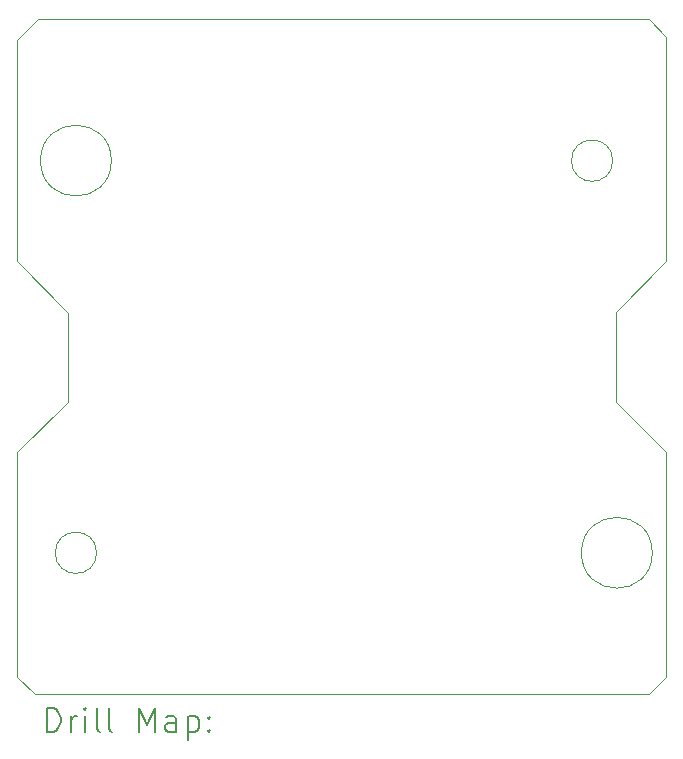
<source format=gbr>
%TF.GenerationSoftware,KiCad,Pcbnew,9.0.4-9.0.4-0~ubuntu24.04.1*%
%TF.CreationDate,2025-09-13T11:56:24+02:00*%
%TF.ProjectId,SMG_OVN_DE96-00994A,534d475f-4f56-44e5-9f44-4539362d3030,1*%
%TF.SameCoordinates,Original*%
%TF.FileFunction,Drillmap*%
%TF.FilePolarity,Positive*%
%FSLAX45Y45*%
G04 Gerber Fmt 4.5, Leading zero omitted, Abs format (unit mm)*
G04 Created by KiCad (PCBNEW 9.0.4-9.0.4-0~ubuntu24.04.1) date 2025-09-13 11:56:24*
%MOMM*%
%LPD*%
G01*
G04 APERTURE LIST*
%ADD10C,0.100000*%
%ADD11C,0.050000*%
%ADD12C,0.200000*%
G04 APERTURE END LIST*
D10*
X17770000Y-10030000D02*
X18200000Y-9600000D01*
X18200000Y-9600000D02*
X18200000Y-7700000D01*
D11*
X13500000Y-8750000D02*
G75*
G02*
X12900000Y-8750000I-300000J0D01*
G01*
X12900000Y-8750000D02*
G75*
G02*
X13500000Y-8750000I300000J0D01*
G01*
D10*
X18200000Y-11220000D02*
X17770000Y-10790000D01*
X18200000Y-13120000D02*
X18200000Y-11220000D01*
X13130000Y-10790000D02*
X12700000Y-11220000D01*
D11*
X17745000Y-8750000D02*
G75*
G02*
X17395000Y-8750000I-175000J0D01*
G01*
X17395000Y-8750000D02*
G75*
G02*
X17745000Y-8750000I175000J0D01*
G01*
D10*
X18200000Y-7700000D02*
X18050000Y-7550000D01*
X12700000Y-7725000D02*
X12700000Y-9600000D01*
X13130000Y-10040000D02*
X13130000Y-10790000D01*
X17770000Y-10790000D02*
X17770000Y-10030000D01*
X18050000Y-7550000D02*
X12875000Y-7550000D01*
X12700000Y-11220000D02*
X12700000Y-13120000D01*
X12875000Y-7550000D02*
X12700000Y-7725000D01*
X12850000Y-13270000D02*
X18050000Y-13270000D01*
X12700000Y-9600000D02*
X13130000Y-10040000D01*
D11*
X13375000Y-12070000D02*
G75*
G02*
X13025000Y-12070000I-175000J0D01*
G01*
X13025000Y-12070000D02*
G75*
G02*
X13375000Y-12070000I175000J0D01*
G01*
D10*
X18050000Y-13270000D02*
X18200000Y-13120000D01*
X12700000Y-13120000D02*
X12850000Y-13270000D01*
D11*
X18080000Y-12070000D02*
G75*
G02*
X17480000Y-12070000I-300000J0D01*
G01*
X17480000Y-12070000D02*
G75*
G02*
X18080000Y-12070000I300000J0D01*
G01*
D12*
X12955777Y-13586484D02*
X12955777Y-13386484D01*
X12955777Y-13386484D02*
X13003396Y-13386484D01*
X13003396Y-13386484D02*
X13031967Y-13396008D01*
X13031967Y-13396008D02*
X13051015Y-13415055D01*
X13051015Y-13415055D02*
X13060539Y-13434103D01*
X13060539Y-13434103D02*
X13070062Y-13472198D01*
X13070062Y-13472198D02*
X13070062Y-13500769D01*
X13070062Y-13500769D02*
X13060539Y-13538865D01*
X13060539Y-13538865D02*
X13051015Y-13557912D01*
X13051015Y-13557912D02*
X13031967Y-13576960D01*
X13031967Y-13576960D02*
X13003396Y-13586484D01*
X13003396Y-13586484D02*
X12955777Y-13586484D01*
X13155777Y-13586484D02*
X13155777Y-13453150D01*
X13155777Y-13491246D02*
X13165301Y-13472198D01*
X13165301Y-13472198D02*
X13174824Y-13462674D01*
X13174824Y-13462674D02*
X13193872Y-13453150D01*
X13193872Y-13453150D02*
X13212920Y-13453150D01*
X13279586Y-13586484D02*
X13279586Y-13453150D01*
X13279586Y-13386484D02*
X13270062Y-13396008D01*
X13270062Y-13396008D02*
X13279586Y-13405531D01*
X13279586Y-13405531D02*
X13289110Y-13396008D01*
X13289110Y-13396008D02*
X13279586Y-13386484D01*
X13279586Y-13386484D02*
X13279586Y-13405531D01*
X13403396Y-13586484D02*
X13384348Y-13576960D01*
X13384348Y-13576960D02*
X13374824Y-13557912D01*
X13374824Y-13557912D02*
X13374824Y-13386484D01*
X13508158Y-13586484D02*
X13489110Y-13576960D01*
X13489110Y-13576960D02*
X13479586Y-13557912D01*
X13479586Y-13557912D02*
X13479586Y-13386484D01*
X13736729Y-13586484D02*
X13736729Y-13386484D01*
X13736729Y-13386484D02*
X13803396Y-13529341D01*
X13803396Y-13529341D02*
X13870062Y-13386484D01*
X13870062Y-13386484D02*
X13870062Y-13586484D01*
X14051015Y-13586484D02*
X14051015Y-13481722D01*
X14051015Y-13481722D02*
X14041491Y-13462674D01*
X14041491Y-13462674D02*
X14022443Y-13453150D01*
X14022443Y-13453150D02*
X13984348Y-13453150D01*
X13984348Y-13453150D02*
X13965301Y-13462674D01*
X14051015Y-13576960D02*
X14031967Y-13586484D01*
X14031967Y-13586484D02*
X13984348Y-13586484D01*
X13984348Y-13586484D02*
X13965301Y-13576960D01*
X13965301Y-13576960D02*
X13955777Y-13557912D01*
X13955777Y-13557912D02*
X13955777Y-13538865D01*
X13955777Y-13538865D02*
X13965301Y-13519817D01*
X13965301Y-13519817D02*
X13984348Y-13510293D01*
X13984348Y-13510293D02*
X14031967Y-13510293D01*
X14031967Y-13510293D02*
X14051015Y-13500769D01*
X14146253Y-13453150D02*
X14146253Y-13653150D01*
X14146253Y-13462674D02*
X14165301Y-13453150D01*
X14165301Y-13453150D02*
X14203396Y-13453150D01*
X14203396Y-13453150D02*
X14222443Y-13462674D01*
X14222443Y-13462674D02*
X14231967Y-13472198D01*
X14231967Y-13472198D02*
X14241491Y-13491246D01*
X14241491Y-13491246D02*
X14241491Y-13548388D01*
X14241491Y-13548388D02*
X14231967Y-13567436D01*
X14231967Y-13567436D02*
X14222443Y-13576960D01*
X14222443Y-13576960D02*
X14203396Y-13586484D01*
X14203396Y-13586484D02*
X14165301Y-13586484D01*
X14165301Y-13586484D02*
X14146253Y-13576960D01*
X14327205Y-13567436D02*
X14336729Y-13576960D01*
X14336729Y-13576960D02*
X14327205Y-13586484D01*
X14327205Y-13586484D02*
X14317682Y-13576960D01*
X14317682Y-13576960D02*
X14327205Y-13567436D01*
X14327205Y-13567436D02*
X14327205Y-13586484D01*
X14327205Y-13462674D02*
X14336729Y-13472198D01*
X14336729Y-13472198D02*
X14327205Y-13481722D01*
X14327205Y-13481722D02*
X14317682Y-13472198D01*
X14317682Y-13472198D02*
X14327205Y-13462674D01*
X14327205Y-13462674D02*
X14327205Y-13481722D01*
M02*

</source>
